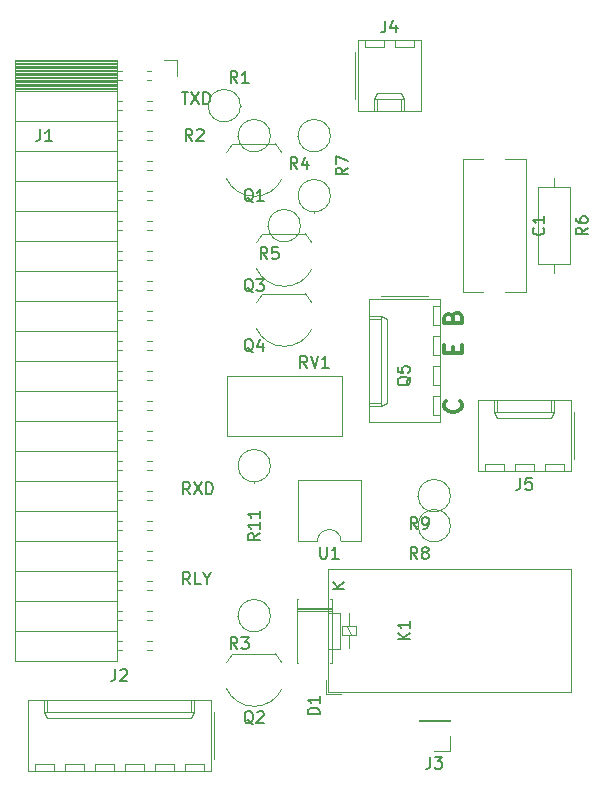
<source format=gbr>
%TF.GenerationSoftware,KiCad,Pcbnew,8.0.6*%
%TF.CreationDate,2025-01-17T11:28:56+01:00*%
%TF.ProjectId,TW39-mit-Powersave,54573339-2d6d-4697-942d-506f77657273,rev?*%
%TF.SameCoordinates,Original*%
%TF.FileFunction,Legend,Top*%
%TF.FilePolarity,Positive*%
%FSLAX46Y46*%
G04 Gerber Fmt 4.6, Leading zero omitted, Abs format (unit mm)*
G04 Created by KiCad (PCBNEW 8.0.6) date 2025-01-17 11:28:56*
%MOMM*%
%LPD*%
G01*
G04 APERTURE LIST*
%ADD10C,0.150000*%
%ADD11C,0.300000*%
%ADD12C,0.120000*%
G04 APERTURE END LIST*
D10*
X118303922Y-67449819D02*
X118875350Y-67449819D01*
X118589636Y-68449819D02*
X118589636Y-67449819D01*
X119113446Y-67449819D02*
X119780112Y-68449819D01*
X119780112Y-67449819D02*
X119113446Y-68449819D01*
X120161065Y-68449819D02*
X120161065Y-67449819D01*
X120161065Y-67449819D02*
X120399160Y-67449819D01*
X120399160Y-67449819D02*
X120542017Y-67497438D01*
X120542017Y-67497438D02*
X120637255Y-67592676D01*
X120637255Y-67592676D02*
X120684874Y-67687914D01*
X120684874Y-67687914D02*
X120732493Y-67878390D01*
X120732493Y-67878390D02*
X120732493Y-68021247D01*
X120732493Y-68021247D02*
X120684874Y-68211723D01*
X120684874Y-68211723D02*
X120637255Y-68306961D01*
X120637255Y-68306961D02*
X120542017Y-68402200D01*
X120542017Y-68402200D02*
X120399160Y-68449819D01*
X120399160Y-68449819D02*
X120161065Y-68449819D01*
X119018207Y-109089819D02*
X118684874Y-108613628D01*
X118446779Y-109089819D02*
X118446779Y-108089819D01*
X118446779Y-108089819D02*
X118827731Y-108089819D01*
X118827731Y-108089819D02*
X118922969Y-108137438D01*
X118922969Y-108137438D02*
X118970588Y-108185057D01*
X118970588Y-108185057D02*
X119018207Y-108280295D01*
X119018207Y-108280295D02*
X119018207Y-108423152D01*
X119018207Y-108423152D02*
X118970588Y-108518390D01*
X118970588Y-108518390D02*
X118922969Y-108566009D01*
X118922969Y-108566009D02*
X118827731Y-108613628D01*
X118827731Y-108613628D02*
X118446779Y-108613628D01*
X119922969Y-109089819D02*
X119446779Y-109089819D01*
X119446779Y-109089819D02*
X119446779Y-108089819D01*
X120446779Y-108613628D02*
X120446779Y-109089819D01*
X120113446Y-108089819D02*
X120446779Y-108613628D01*
X120446779Y-108613628D02*
X120780112Y-108089819D01*
D11*
X141897971Y-93588346D02*
X141969400Y-93659774D01*
X141969400Y-93659774D02*
X142040828Y-93874060D01*
X142040828Y-93874060D02*
X142040828Y-94016917D01*
X142040828Y-94016917D02*
X141969400Y-94231203D01*
X141969400Y-94231203D02*
X141826542Y-94374060D01*
X141826542Y-94374060D02*
X141683685Y-94445489D01*
X141683685Y-94445489D02*
X141397971Y-94516917D01*
X141397971Y-94516917D02*
X141183685Y-94516917D01*
X141183685Y-94516917D02*
X140897971Y-94445489D01*
X140897971Y-94445489D02*
X140755114Y-94374060D01*
X140755114Y-94374060D02*
X140612257Y-94231203D01*
X140612257Y-94231203D02*
X140540828Y-94016917D01*
X140540828Y-94016917D02*
X140540828Y-93874060D01*
X140540828Y-93874060D02*
X140612257Y-93659774D01*
X140612257Y-93659774D02*
X140683685Y-93588346D01*
X141255114Y-89516918D02*
X141255114Y-89016918D01*
X142040828Y-88802632D02*
X142040828Y-89516918D01*
X142040828Y-89516918D02*
X140540828Y-89516918D01*
X140540828Y-89516918D02*
X140540828Y-88802632D01*
X141255114Y-86516918D02*
X141326542Y-86302632D01*
X141326542Y-86302632D02*
X141397971Y-86231203D01*
X141397971Y-86231203D02*
X141540828Y-86159775D01*
X141540828Y-86159775D02*
X141755114Y-86159775D01*
X141755114Y-86159775D02*
X141897971Y-86231203D01*
X141897971Y-86231203D02*
X141969400Y-86302632D01*
X141969400Y-86302632D02*
X142040828Y-86445489D01*
X142040828Y-86445489D02*
X142040828Y-87016918D01*
X142040828Y-87016918D02*
X140540828Y-87016918D01*
X140540828Y-87016918D02*
X140540828Y-86516918D01*
X140540828Y-86516918D02*
X140612257Y-86374061D01*
X140612257Y-86374061D02*
X140683685Y-86302632D01*
X140683685Y-86302632D02*
X140826542Y-86231203D01*
X140826542Y-86231203D02*
X140969400Y-86231203D01*
X140969400Y-86231203D02*
X141112257Y-86302632D01*
X141112257Y-86302632D02*
X141183685Y-86374061D01*
X141183685Y-86374061D02*
X141255114Y-86516918D01*
X141255114Y-86516918D02*
X141255114Y-87016918D01*
D10*
X119018207Y-101469819D02*
X118684874Y-100993628D01*
X118446779Y-101469819D02*
X118446779Y-100469819D01*
X118446779Y-100469819D02*
X118827731Y-100469819D01*
X118827731Y-100469819D02*
X118922969Y-100517438D01*
X118922969Y-100517438D02*
X118970588Y-100565057D01*
X118970588Y-100565057D02*
X119018207Y-100660295D01*
X119018207Y-100660295D02*
X119018207Y-100803152D01*
X119018207Y-100803152D02*
X118970588Y-100898390D01*
X118970588Y-100898390D02*
X118922969Y-100946009D01*
X118922969Y-100946009D02*
X118827731Y-100993628D01*
X118827731Y-100993628D02*
X118446779Y-100993628D01*
X119351541Y-100469819D02*
X120018207Y-101469819D01*
X120018207Y-100469819D02*
X119351541Y-101469819D01*
X120399160Y-101469819D02*
X120399160Y-100469819D01*
X120399160Y-100469819D02*
X120637255Y-100469819D01*
X120637255Y-100469819D02*
X120780112Y-100517438D01*
X120780112Y-100517438D02*
X120875350Y-100612676D01*
X120875350Y-100612676D02*
X120922969Y-100707914D01*
X120922969Y-100707914D02*
X120970588Y-100898390D01*
X120970588Y-100898390D02*
X120970588Y-101041247D01*
X120970588Y-101041247D02*
X120922969Y-101231723D01*
X120922969Y-101231723D02*
X120875350Y-101326961D01*
X120875350Y-101326961D02*
X120780112Y-101422200D01*
X120780112Y-101422200D02*
X120637255Y-101469819D01*
X120637255Y-101469819D02*
X120399160Y-101469819D01*
X146986666Y-100094819D02*
X146986666Y-100809104D01*
X146986666Y-100809104D02*
X146939047Y-100951961D01*
X146939047Y-100951961D02*
X146843809Y-101047200D01*
X146843809Y-101047200D02*
X146700952Y-101094819D01*
X146700952Y-101094819D02*
X146605714Y-101094819D01*
X147939047Y-100094819D02*
X147462857Y-100094819D01*
X147462857Y-100094819D02*
X147415238Y-100571009D01*
X147415238Y-100571009D02*
X147462857Y-100523390D01*
X147462857Y-100523390D02*
X147558095Y-100475771D01*
X147558095Y-100475771D02*
X147796190Y-100475771D01*
X147796190Y-100475771D02*
X147891428Y-100523390D01*
X147891428Y-100523390D02*
X147939047Y-100571009D01*
X147939047Y-100571009D02*
X147986666Y-100666247D01*
X147986666Y-100666247D02*
X147986666Y-100904342D01*
X147986666Y-100904342D02*
X147939047Y-100999580D01*
X147939047Y-100999580D02*
X147891428Y-101047200D01*
X147891428Y-101047200D02*
X147796190Y-101094819D01*
X147796190Y-101094819D02*
X147558095Y-101094819D01*
X147558095Y-101094819D02*
X147462857Y-101047200D01*
X147462857Y-101047200D02*
X147415238Y-100999580D01*
X129994819Y-120118094D02*
X128994819Y-120118094D01*
X128994819Y-120118094D02*
X128994819Y-119879999D01*
X128994819Y-119879999D02*
X129042438Y-119737142D01*
X129042438Y-119737142D02*
X129137676Y-119641904D01*
X129137676Y-119641904D02*
X129232914Y-119594285D01*
X129232914Y-119594285D02*
X129423390Y-119546666D01*
X129423390Y-119546666D02*
X129566247Y-119546666D01*
X129566247Y-119546666D02*
X129756723Y-119594285D01*
X129756723Y-119594285D02*
X129851961Y-119641904D01*
X129851961Y-119641904D02*
X129947200Y-119737142D01*
X129947200Y-119737142D02*
X129994819Y-119879999D01*
X129994819Y-119879999D02*
X129994819Y-120118094D01*
X129994819Y-118594285D02*
X129994819Y-119165713D01*
X129994819Y-118879999D02*
X128994819Y-118879999D01*
X128994819Y-118879999D02*
X129137676Y-118975237D01*
X129137676Y-118975237D02*
X129232914Y-119070475D01*
X129232914Y-119070475D02*
X129280533Y-119165713D01*
X132094819Y-109481904D02*
X131094819Y-109481904D01*
X132094819Y-108910476D02*
X131523390Y-109339047D01*
X131094819Y-108910476D02*
X131666247Y-109481904D01*
X124364761Y-89450057D02*
X124269523Y-89402438D01*
X124269523Y-89402438D02*
X124174285Y-89307200D01*
X124174285Y-89307200D02*
X124031428Y-89164342D01*
X124031428Y-89164342D02*
X123936190Y-89116723D01*
X123936190Y-89116723D02*
X123840952Y-89116723D01*
X123888571Y-89354819D02*
X123793333Y-89307200D01*
X123793333Y-89307200D02*
X123698095Y-89211961D01*
X123698095Y-89211961D02*
X123650476Y-89021485D01*
X123650476Y-89021485D02*
X123650476Y-88688152D01*
X123650476Y-88688152D02*
X123698095Y-88497676D01*
X123698095Y-88497676D02*
X123793333Y-88402438D01*
X123793333Y-88402438D02*
X123888571Y-88354819D01*
X123888571Y-88354819D02*
X124079047Y-88354819D01*
X124079047Y-88354819D02*
X124174285Y-88402438D01*
X124174285Y-88402438D02*
X124269523Y-88497676D01*
X124269523Y-88497676D02*
X124317142Y-88688152D01*
X124317142Y-88688152D02*
X124317142Y-89021485D01*
X124317142Y-89021485D02*
X124269523Y-89211961D01*
X124269523Y-89211961D02*
X124174285Y-89307200D01*
X124174285Y-89307200D02*
X124079047Y-89354819D01*
X124079047Y-89354819D02*
X123888571Y-89354819D01*
X125174285Y-88688152D02*
X125174285Y-89354819D01*
X124936190Y-88307200D02*
X124698095Y-89021485D01*
X124698095Y-89021485D02*
X125317142Y-89021485D01*
X137614819Y-113768094D02*
X136614819Y-113768094D01*
X137614819Y-113196666D02*
X137043390Y-113625237D01*
X136614819Y-113196666D02*
X137186247Y-113768094D01*
X137614819Y-112244285D02*
X137614819Y-112815713D01*
X137614819Y-112529999D02*
X136614819Y-112529999D01*
X136614819Y-112529999D02*
X136757676Y-112625237D01*
X136757676Y-112625237D02*
X136852914Y-112720475D01*
X136852914Y-112720475D02*
X136900533Y-112815713D01*
X139366666Y-123704819D02*
X139366666Y-124419104D01*
X139366666Y-124419104D02*
X139319047Y-124561961D01*
X139319047Y-124561961D02*
X139223809Y-124657200D01*
X139223809Y-124657200D02*
X139080952Y-124704819D01*
X139080952Y-124704819D02*
X138985714Y-124704819D01*
X139747619Y-123704819D02*
X140366666Y-123704819D01*
X140366666Y-123704819D02*
X140033333Y-124085771D01*
X140033333Y-124085771D02*
X140176190Y-124085771D01*
X140176190Y-124085771D02*
X140271428Y-124133390D01*
X140271428Y-124133390D02*
X140319047Y-124181009D01*
X140319047Y-124181009D02*
X140366666Y-124276247D01*
X140366666Y-124276247D02*
X140366666Y-124514342D01*
X140366666Y-124514342D02*
X140319047Y-124609580D01*
X140319047Y-124609580D02*
X140271428Y-124657200D01*
X140271428Y-124657200D02*
X140176190Y-124704819D01*
X140176190Y-124704819D02*
X139890476Y-124704819D01*
X139890476Y-124704819D02*
X139795238Y-124657200D01*
X139795238Y-124657200D02*
X139747619Y-124609580D01*
X124914819Y-104782857D02*
X124438628Y-105116190D01*
X124914819Y-105354285D02*
X123914819Y-105354285D01*
X123914819Y-105354285D02*
X123914819Y-104973333D01*
X123914819Y-104973333D02*
X123962438Y-104878095D01*
X123962438Y-104878095D02*
X124010057Y-104830476D01*
X124010057Y-104830476D02*
X124105295Y-104782857D01*
X124105295Y-104782857D02*
X124248152Y-104782857D01*
X124248152Y-104782857D02*
X124343390Y-104830476D01*
X124343390Y-104830476D02*
X124391009Y-104878095D01*
X124391009Y-104878095D02*
X124438628Y-104973333D01*
X124438628Y-104973333D02*
X124438628Y-105354285D01*
X124914819Y-103830476D02*
X124914819Y-104401904D01*
X124914819Y-104116190D02*
X123914819Y-104116190D01*
X123914819Y-104116190D02*
X124057676Y-104211428D01*
X124057676Y-104211428D02*
X124152914Y-104306666D01*
X124152914Y-104306666D02*
X124200533Y-104401904D01*
X124914819Y-102878095D02*
X124914819Y-103449523D01*
X124914819Y-103163809D02*
X123914819Y-103163809D01*
X123914819Y-103163809D02*
X124057676Y-103259047D01*
X124057676Y-103259047D02*
X124152914Y-103354285D01*
X124152914Y-103354285D02*
X124200533Y-103449523D01*
X123023333Y-114584819D02*
X122690000Y-114108628D01*
X122451905Y-114584819D02*
X122451905Y-113584819D01*
X122451905Y-113584819D02*
X122832857Y-113584819D01*
X122832857Y-113584819D02*
X122928095Y-113632438D01*
X122928095Y-113632438D02*
X122975714Y-113680057D01*
X122975714Y-113680057D02*
X123023333Y-113775295D01*
X123023333Y-113775295D02*
X123023333Y-113918152D01*
X123023333Y-113918152D02*
X122975714Y-114013390D01*
X122975714Y-114013390D02*
X122928095Y-114061009D01*
X122928095Y-114061009D02*
X122832857Y-114108628D01*
X122832857Y-114108628D02*
X122451905Y-114108628D01*
X123356667Y-113584819D02*
X123975714Y-113584819D01*
X123975714Y-113584819D02*
X123642381Y-113965771D01*
X123642381Y-113965771D02*
X123785238Y-113965771D01*
X123785238Y-113965771D02*
X123880476Y-114013390D01*
X123880476Y-114013390D02*
X123928095Y-114061009D01*
X123928095Y-114061009D02*
X123975714Y-114156247D01*
X123975714Y-114156247D02*
X123975714Y-114394342D01*
X123975714Y-114394342D02*
X123928095Y-114489580D01*
X123928095Y-114489580D02*
X123880476Y-114537200D01*
X123880476Y-114537200D02*
X123785238Y-114584819D01*
X123785238Y-114584819D02*
X123499524Y-114584819D01*
X123499524Y-114584819D02*
X123404286Y-114537200D01*
X123404286Y-114537200D02*
X123356667Y-114489580D01*
X112696666Y-116294819D02*
X112696666Y-117009104D01*
X112696666Y-117009104D02*
X112649047Y-117151961D01*
X112649047Y-117151961D02*
X112553809Y-117247200D01*
X112553809Y-117247200D02*
X112410952Y-117294819D01*
X112410952Y-117294819D02*
X112315714Y-117294819D01*
X113125238Y-116390057D02*
X113172857Y-116342438D01*
X113172857Y-116342438D02*
X113268095Y-116294819D01*
X113268095Y-116294819D02*
X113506190Y-116294819D01*
X113506190Y-116294819D02*
X113601428Y-116342438D01*
X113601428Y-116342438D02*
X113649047Y-116390057D01*
X113649047Y-116390057D02*
X113696666Y-116485295D01*
X113696666Y-116485295D02*
X113696666Y-116580533D01*
X113696666Y-116580533D02*
X113649047Y-116723390D01*
X113649047Y-116723390D02*
X113077619Y-117294819D01*
X113077619Y-117294819D02*
X113696666Y-117294819D01*
X119213333Y-71574819D02*
X118880000Y-71098628D01*
X118641905Y-71574819D02*
X118641905Y-70574819D01*
X118641905Y-70574819D02*
X119022857Y-70574819D01*
X119022857Y-70574819D02*
X119118095Y-70622438D01*
X119118095Y-70622438D02*
X119165714Y-70670057D01*
X119165714Y-70670057D02*
X119213333Y-70765295D01*
X119213333Y-70765295D02*
X119213333Y-70908152D01*
X119213333Y-70908152D02*
X119165714Y-71003390D01*
X119165714Y-71003390D02*
X119118095Y-71051009D01*
X119118095Y-71051009D02*
X119022857Y-71098628D01*
X119022857Y-71098628D02*
X118641905Y-71098628D01*
X119594286Y-70670057D02*
X119641905Y-70622438D01*
X119641905Y-70622438D02*
X119737143Y-70574819D01*
X119737143Y-70574819D02*
X119975238Y-70574819D01*
X119975238Y-70574819D02*
X120070476Y-70622438D01*
X120070476Y-70622438D02*
X120118095Y-70670057D01*
X120118095Y-70670057D02*
X120165714Y-70765295D01*
X120165714Y-70765295D02*
X120165714Y-70860533D01*
X120165714Y-70860533D02*
X120118095Y-71003390D01*
X120118095Y-71003390D02*
X119546667Y-71574819D01*
X119546667Y-71574819D02*
X120165714Y-71574819D01*
X106346666Y-70574819D02*
X106346666Y-71289104D01*
X106346666Y-71289104D02*
X106299047Y-71431961D01*
X106299047Y-71431961D02*
X106203809Y-71527200D01*
X106203809Y-71527200D02*
X106060952Y-71574819D01*
X106060952Y-71574819D02*
X105965714Y-71574819D01*
X107346666Y-71574819D02*
X106775238Y-71574819D01*
X107060952Y-71574819D02*
X107060952Y-70574819D01*
X107060952Y-70574819D02*
X106965714Y-70717676D01*
X106965714Y-70717676D02*
X106870476Y-70812914D01*
X106870476Y-70812914D02*
X106775238Y-70860533D01*
X138263333Y-104424819D02*
X137930000Y-103948628D01*
X137691905Y-104424819D02*
X137691905Y-103424819D01*
X137691905Y-103424819D02*
X138072857Y-103424819D01*
X138072857Y-103424819D02*
X138168095Y-103472438D01*
X138168095Y-103472438D02*
X138215714Y-103520057D01*
X138215714Y-103520057D02*
X138263333Y-103615295D01*
X138263333Y-103615295D02*
X138263333Y-103758152D01*
X138263333Y-103758152D02*
X138215714Y-103853390D01*
X138215714Y-103853390D02*
X138168095Y-103901009D01*
X138168095Y-103901009D02*
X138072857Y-103948628D01*
X138072857Y-103948628D02*
X137691905Y-103948628D01*
X138739524Y-104424819D02*
X138930000Y-104424819D01*
X138930000Y-104424819D02*
X139025238Y-104377200D01*
X139025238Y-104377200D02*
X139072857Y-104329580D01*
X139072857Y-104329580D02*
X139168095Y-104186723D01*
X139168095Y-104186723D02*
X139215714Y-103996247D01*
X139215714Y-103996247D02*
X139215714Y-103615295D01*
X139215714Y-103615295D02*
X139168095Y-103520057D01*
X139168095Y-103520057D02*
X139120476Y-103472438D01*
X139120476Y-103472438D02*
X139025238Y-103424819D01*
X139025238Y-103424819D02*
X138834762Y-103424819D01*
X138834762Y-103424819D02*
X138739524Y-103472438D01*
X138739524Y-103472438D02*
X138691905Y-103520057D01*
X138691905Y-103520057D02*
X138644286Y-103615295D01*
X138644286Y-103615295D02*
X138644286Y-103853390D01*
X138644286Y-103853390D02*
X138691905Y-103948628D01*
X138691905Y-103948628D02*
X138739524Y-103996247D01*
X138739524Y-103996247D02*
X138834762Y-104043866D01*
X138834762Y-104043866D02*
X139025238Y-104043866D01*
X139025238Y-104043866D02*
X139120476Y-103996247D01*
X139120476Y-103996247D02*
X139168095Y-103948628D01*
X139168095Y-103948628D02*
X139215714Y-103853390D01*
X124364761Y-84370057D02*
X124269523Y-84322438D01*
X124269523Y-84322438D02*
X124174285Y-84227200D01*
X124174285Y-84227200D02*
X124031428Y-84084342D01*
X124031428Y-84084342D02*
X123936190Y-84036723D01*
X123936190Y-84036723D02*
X123840952Y-84036723D01*
X123888571Y-84274819D02*
X123793333Y-84227200D01*
X123793333Y-84227200D02*
X123698095Y-84131961D01*
X123698095Y-84131961D02*
X123650476Y-83941485D01*
X123650476Y-83941485D02*
X123650476Y-83608152D01*
X123650476Y-83608152D02*
X123698095Y-83417676D01*
X123698095Y-83417676D02*
X123793333Y-83322438D01*
X123793333Y-83322438D02*
X123888571Y-83274819D01*
X123888571Y-83274819D02*
X124079047Y-83274819D01*
X124079047Y-83274819D02*
X124174285Y-83322438D01*
X124174285Y-83322438D02*
X124269523Y-83417676D01*
X124269523Y-83417676D02*
X124317142Y-83608152D01*
X124317142Y-83608152D02*
X124317142Y-83941485D01*
X124317142Y-83941485D02*
X124269523Y-84131961D01*
X124269523Y-84131961D02*
X124174285Y-84227200D01*
X124174285Y-84227200D02*
X124079047Y-84274819D01*
X124079047Y-84274819D02*
X123888571Y-84274819D01*
X124650476Y-83274819D02*
X125269523Y-83274819D01*
X125269523Y-83274819D02*
X124936190Y-83655771D01*
X124936190Y-83655771D02*
X125079047Y-83655771D01*
X125079047Y-83655771D02*
X125174285Y-83703390D01*
X125174285Y-83703390D02*
X125221904Y-83751009D01*
X125221904Y-83751009D02*
X125269523Y-83846247D01*
X125269523Y-83846247D02*
X125269523Y-84084342D01*
X125269523Y-84084342D02*
X125221904Y-84179580D01*
X125221904Y-84179580D02*
X125174285Y-84227200D01*
X125174285Y-84227200D02*
X125079047Y-84274819D01*
X125079047Y-84274819D02*
X124793333Y-84274819D01*
X124793333Y-84274819D02*
X124698095Y-84227200D01*
X124698095Y-84227200D02*
X124650476Y-84179580D01*
X148939580Y-78906666D02*
X148987200Y-78954285D01*
X148987200Y-78954285D02*
X149034819Y-79097142D01*
X149034819Y-79097142D02*
X149034819Y-79192380D01*
X149034819Y-79192380D02*
X148987200Y-79335237D01*
X148987200Y-79335237D02*
X148891961Y-79430475D01*
X148891961Y-79430475D02*
X148796723Y-79478094D01*
X148796723Y-79478094D02*
X148606247Y-79525713D01*
X148606247Y-79525713D02*
X148463390Y-79525713D01*
X148463390Y-79525713D02*
X148272914Y-79478094D01*
X148272914Y-79478094D02*
X148177676Y-79430475D01*
X148177676Y-79430475D02*
X148082438Y-79335237D01*
X148082438Y-79335237D02*
X148034819Y-79192380D01*
X148034819Y-79192380D02*
X148034819Y-79097142D01*
X148034819Y-79097142D02*
X148082438Y-78954285D01*
X148082438Y-78954285D02*
X148130057Y-78906666D01*
X149034819Y-77954285D02*
X149034819Y-78525713D01*
X149034819Y-78239999D02*
X148034819Y-78239999D01*
X148034819Y-78239999D02*
X148177676Y-78335237D01*
X148177676Y-78335237D02*
X148272914Y-78430475D01*
X148272914Y-78430475D02*
X148320533Y-78525713D01*
X152684819Y-78906666D02*
X152208628Y-79239999D01*
X152684819Y-79478094D02*
X151684819Y-79478094D01*
X151684819Y-79478094D02*
X151684819Y-79097142D01*
X151684819Y-79097142D02*
X151732438Y-79001904D01*
X151732438Y-79001904D02*
X151780057Y-78954285D01*
X151780057Y-78954285D02*
X151875295Y-78906666D01*
X151875295Y-78906666D02*
X152018152Y-78906666D01*
X152018152Y-78906666D02*
X152113390Y-78954285D01*
X152113390Y-78954285D02*
X152161009Y-79001904D01*
X152161009Y-79001904D02*
X152208628Y-79097142D01*
X152208628Y-79097142D02*
X152208628Y-79478094D01*
X151684819Y-78049523D02*
X151684819Y-78239999D01*
X151684819Y-78239999D02*
X151732438Y-78335237D01*
X151732438Y-78335237D02*
X151780057Y-78382856D01*
X151780057Y-78382856D02*
X151922914Y-78478094D01*
X151922914Y-78478094D02*
X152113390Y-78525713D01*
X152113390Y-78525713D02*
X152494342Y-78525713D01*
X152494342Y-78525713D02*
X152589580Y-78478094D01*
X152589580Y-78478094D02*
X152637200Y-78430475D01*
X152637200Y-78430475D02*
X152684819Y-78335237D01*
X152684819Y-78335237D02*
X152684819Y-78144761D01*
X152684819Y-78144761D02*
X152637200Y-78049523D01*
X152637200Y-78049523D02*
X152589580Y-78001904D01*
X152589580Y-78001904D02*
X152494342Y-77954285D01*
X152494342Y-77954285D02*
X152256247Y-77954285D01*
X152256247Y-77954285D02*
X152161009Y-78001904D01*
X152161009Y-78001904D02*
X152113390Y-78049523D01*
X152113390Y-78049523D02*
X152065771Y-78144761D01*
X152065771Y-78144761D02*
X152065771Y-78335237D01*
X152065771Y-78335237D02*
X152113390Y-78430475D01*
X152113390Y-78430475D02*
X152161009Y-78478094D01*
X152161009Y-78478094D02*
X152256247Y-78525713D01*
X124364761Y-76750057D02*
X124269523Y-76702438D01*
X124269523Y-76702438D02*
X124174285Y-76607200D01*
X124174285Y-76607200D02*
X124031428Y-76464342D01*
X124031428Y-76464342D02*
X123936190Y-76416723D01*
X123936190Y-76416723D02*
X123840952Y-76416723D01*
X123888571Y-76654819D02*
X123793333Y-76607200D01*
X123793333Y-76607200D02*
X123698095Y-76511961D01*
X123698095Y-76511961D02*
X123650476Y-76321485D01*
X123650476Y-76321485D02*
X123650476Y-75988152D01*
X123650476Y-75988152D02*
X123698095Y-75797676D01*
X123698095Y-75797676D02*
X123793333Y-75702438D01*
X123793333Y-75702438D02*
X123888571Y-75654819D01*
X123888571Y-75654819D02*
X124079047Y-75654819D01*
X124079047Y-75654819D02*
X124174285Y-75702438D01*
X124174285Y-75702438D02*
X124269523Y-75797676D01*
X124269523Y-75797676D02*
X124317142Y-75988152D01*
X124317142Y-75988152D02*
X124317142Y-76321485D01*
X124317142Y-76321485D02*
X124269523Y-76511961D01*
X124269523Y-76511961D02*
X124174285Y-76607200D01*
X124174285Y-76607200D02*
X124079047Y-76654819D01*
X124079047Y-76654819D02*
X123888571Y-76654819D01*
X125269523Y-76654819D02*
X124698095Y-76654819D01*
X124983809Y-76654819D02*
X124983809Y-75654819D01*
X124983809Y-75654819D02*
X124888571Y-75797676D01*
X124888571Y-75797676D02*
X124793333Y-75892914D01*
X124793333Y-75892914D02*
X124698095Y-75940533D01*
X125563333Y-81564819D02*
X125230000Y-81088628D01*
X124991905Y-81564819D02*
X124991905Y-80564819D01*
X124991905Y-80564819D02*
X125372857Y-80564819D01*
X125372857Y-80564819D02*
X125468095Y-80612438D01*
X125468095Y-80612438D02*
X125515714Y-80660057D01*
X125515714Y-80660057D02*
X125563333Y-80755295D01*
X125563333Y-80755295D02*
X125563333Y-80898152D01*
X125563333Y-80898152D02*
X125515714Y-80993390D01*
X125515714Y-80993390D02*
X125468095Y-81041009D01*
X125468095Y-81041009D02*
X125372857Y-81088628D01*
X125372857Y-81088628D02*
X124991905Y-81088628D01*
X126468095Y-80564819D02*
X125991905Y-80564819D01*
X125991905Y-80564819D02*
X125944286Y-81041009D01*
X125944286Y-81041009D02*
X125991905Y-80993390D01*
X125991905Y-80993390D02*
X126087143Y-80945771D01*
X126087143Y-80945771D02*
X126325238Y-80945771D01*
X126325238Y-80945771D02*
X126420476Y-80993390D01*
X126420476Y-80993390D02*
X126468095Y-81041009D01*
X126468095Y-81041009D02*
X126515714Y-81136247D01*
X126515714Y-81136247D02*
X126515714Y-81374342D01*
X126515714Y-81374342D02*
X126468095Y-81469580D01*
X126468095Y-81469580D02*
X126420476Y-81517200D01*
X126420476Y-81517200D02*
X126325238Y-81564819D01*
X126325238Y-81564819D02*
X126087143Y-81564819D01*
X126087143Y-81564819D02*
X125991905Y-81517200D01*
X125991905Y-81517200D02*
X125944286Y-81469580D01*
X138263333Y-106964819D02*
X137930000Y-106488628D01*
X137691905Y-106964819D02*
X137691905Y-105964819D01*
X137691905Y-105964819D02*
X138072857Y-105964819D01*
X138072857Y-105964819D02*
X138168095Y-106012438D01*
X138168095Y-106012438D02*
X138215714Y-106060057D01*
X138215714Y-106060057D02*
X138263333Y-106155295D01*
X138263333Y-106155295D02*
X138263333Y-106298152D01*
X138263333Y-106298152D02*
X138215714Y-106393390D01*
X138215714Y-106393390D02*
X138168095Y-106441009D01*
X138168095Y-106441009D02*
X138072857Y-106488628D01*
X138072857Y-106488628D02*
X137691905Y-106488628D01*
X138834762Y-106393390D02*
X138739524Y-106345771D01*
X138739524Y-106345771D02*
X138691905Y-106298152D01*
X138691905Y-106298152D02*
X138644286Y-106202914D01*
X138644286Y-106202914D02*
X138644286Y-106155295D01*
X138644286Y-106155295D02*
X138691905Y-106060057D01*
X138691905Y-106060057D02*
X138739524Y-106012438D01*
X138739524Y-106012438D02*
X138834762Y-105964819D01*
X138834762Y-105964819D02*
X139025238Y-105964819D01*
X139025238Y-105964819D02*
X139120476Y-106012438D01*
X139120476Y-106012438D02*
X139168095Y-106060057D01*
X139168095Y-106060057D02*
X139215714Y-106155295D01*
X139215714Y-106155295D02*
X139215714Y-106202914D01*
X139215714Y-106202914D02*
X139168095Y-106298152D01*
X139168095Y-106298152D02*
X139120476Y-106345771D01*
X139120476Y-106345771D02*
X139025238Y-106393390D01*
X139025238Y-106393390D02*
X138834762Y-106393390D01*
X138834762Y-106393390D02*
X138739524Y-106441009D01*
X138739524Y-106441009D02*
X138691905Y-106488628D01*
X138691905Y-106488628D02*
X138644286Y-106583866D01*
X138644286Y-106583866D02*
X138644286Y-106774342D01*
X138644286Y-106774342D02*
X138691905Y-106869580D01*
X138691905Y-106869580D02*
X138739524Y-106917200D01*
X138739524Y-106917200D02*
X138834762Y-106964819D01*
X138834762Y-106964819D02*
X139025238Y-106964819D01*
X139025238Y-106964819D02*
X139120476Y-106917200D01*
X139120476Y-106917200D02*
X139168095Y-106869580D01*
X139168095Y-106869580D02*
X139215714Y-106774342D01*
X139215714Y-106774342D02*
X139215714Y-106583866D01*
X139215714Y-106583866D02*
X139168095Y-106488628D01*
X139168095Y-106488628D02*
X139120476Y-106441009D01*
X139120476Y-106441009D02*
X139025238Y-106393390D01*
X137710057Y-91535238D02*
X137662438Y-91630476D01*
X137662438Y-91630476D02*
X137567200Y-91725714D01*
X137567200Y-91725714D02*
X137424342Y-91868571D01*
X137424342Y-91868571D02*
X137376723Y-91963809D01*
X137376723Y-91963809D02*
X137376723Y-92059047D01*
X137614819Y-92011428D02*
X137567200Y-92106666D01*
X137567200Y-92106666D02*
X137471961Y-92201904D01*
X137471961Y-92201904D02*
X137281485Y-92249523D01*
X137281485Y-92249523D02*
X136948152Y-92249523D01*
X136948152Y-92249523D02*
X136757676Y-92201904D01*
X136757676Y-92201904D02*
X136662438Y-92106666D01*
X136662438Y-92106666D02*
X136614819Y-92011428D01*
X136614819Y-92011428D02*
X136614819Y-91820952D01*
X136614819Y-91820952D02*
X136662438Y-91725714D01*
X136662438Y-91725714D02*
X136757676Y-91630476D01*
X136757676Y-91630476D02*
X136948152Y-91582857D01*
X136948152Y-91582857D02*
X137281485Y-91582857D01*
X137281485Y-91582857D02*
X137471961Y-91630476D01*
X137471961Y-91630476D02*
X137567200Y-91725714D01*
X137567200Y-91725714D02*
X137614819Y-91820952D01*
X137614819Y-91820952D02*
X137614819Y-92011428D01*
X136614819Y-90678095D02*
X136614819Y-91154285D01*
X136614819Y-91154285D02*
X137091009Y-91201904D01*
X137091009Y-91201904D02*
X137043390Y-91154285D01*
X137043390Y-91154285D02*
X136995771Y-91059047D01*
X136995771Y-91059047D02*
X136995771Y-90820952D01*
X136995771Y-90820952D02*
X137043390Y-90725714D01*
X137043390Y-90725714D02*
X137091009Y-90678095D01*
X137091009Y-90678095D02*
X137186247Y-90630476D01*
X137186247Y-90630476D02*
X137424342Y-90630476D01*
X137424342Y-90630476D02*
X137519580Y-90678095D01*
X137519580Y-90678095D02*
X137567200Y-90725714D01*
X137567200Y-90725714D02*
X137614819Y-90820952D01*
X137614819Y-90820952D02*
X137614819Y-91059047D01*
X137614819Y-91059047D02*
X137567200Y-91154285D01*
X137567200Y-91154285D02*
X137519580Y-91201904D01*
X132364819Y-73826666D02*
X131888628Y-74159999D01*
X132364819Y-74398094D02*
X131364819Y-74398094D01*
X131364819Y-74398094D02*
X131364819Y-74017142D01*
X131364819Y-74017142D02*
X131412438Y-73921904D01*
X131412438Y-73921904D02*
X131460057Y-73874285D01*
X131460057Y-73874285D02*
X131555295Y-73826666D01*
X131555295Y-73826666D02*
X131698152Y-73826666D01*
X131698152Y-73826666D02*
X131793390Y-73874285D01*
X131793390Y-73874285D02*
X131841009Y-73921904D01*
X131841009Y-73921904D02*
X131888628Y-74017142D01*
X131888628Y-74017142D02*
X131888628Y-74398094D01*
X131364819Y-73493332D02*
X131364819Y-72826666D01*
X131364819Y-72826666D02*
X132364819Y-73255237D01*
X130048095Y-105924819D02*
X130048095Y-106734342D01*
X130048095Y-106734342D02*
X130095714Y-106829580D01*
X130095714Y-106829580D02*
X130143333Y-106877200D01*
X130143333Y-106877200D02*
X130238571Y-106924819D01*
X130238571Y-106924819D02*
X130429047Y-106924819D01*
X130429047Y-106924819D02*
X130524285Y-106877200D01*
X130524285Y-106877200D02*
X130571904Y-106829580D01*
X130571904Y-106829580D02*
X130619523Y-106734342D01*
X130619523Y-106734342D02*
X130619523Y-105924819D01*
X131619523Y-106924819D02*
X131048095Y-106924819D01*
X131333809Y-106924819D02*
X131333809Y-105924819D01*
X131333809Y-105924819D02*
X131238571Y-106067676D01*
X131238571Y-106067676D02*
X131143333Y-106162914D01*
X131143333Y-106162914D02*
X131048095Y-106210533D01*
X128103333Y-73944819D02*
X127770000Y-73468628D01*
X127531905Y-73944819D02*
X127531905Y-72944819D01*
X127531905Y-72944819D02*
X127912857Y-72944819D01*
X127912857Y-72944819D02*
X128008095Y-72992438D01*
X128008095Y-72992438D02*
X128055714Y-73040057D01*
X128055714Y-73040057D02*
X128103333Y-73135295D01*
X128103333Y-73135295D02*
X128103333Y-73278152D01*
X128103333Y-73278152D02*
X128055714Y-73373390D01*
X128055714Y-73373390D02*
X128008095Y-73421009D01*
X128008095Y-73421009D02*
X127912857Y-73468628D01*
X127912857Y-73468628D02*
X127531905Y-73468628D01*
X128960476Y-73278152D02*
X128960476Y-73944819D01*
X128722381Y-72897200D02*
X128484286Y-73611485D01*
X128484286Y-73611485D02*
X129103333Y-73611485D01*
X128944761Y-90774819D02*
X128611428Y-90298628D01*
X128373333Y-90774819D02*
X128373333Y-89774819D01*
X128373333Y-89774819D02*
X128754285Y-89774819D01*
X128754285Y-89774819D02*
X128849523Y-89822438D01*
X128849523Y-89822438D02*
X128897142Y-89870057D01*
X128897142Y-89870057D02*
X128944761Y-89965295D01*
X128944761Y-89965295D02*
X128944761Y-90108152D01*
X128944761Y-90108152D02*
X128897142Y-90203390D01*
X128897142Y-90203390D02*
X128849523Y-90251009D01*
X128849523Y-90251009D02*
X128754285Y-90298628D01*
X128754285Y-90298628D02*
X128373333Y-90298628D01*
X129230476Y-89774819D02*
X129563809Y-90774819D01*
X129563809Y-90774819D02*
X129897142Y-89774819D01*
X130754285Y-90774819D02*
X130182857Y-90774819D01*
X130468571Y-90774819D02*
X130468571Y-89774819D01*
X130468571Y-89774819D02*
X130373333Y-89917676D01*
X130373333Y-89917676D02*
X130278095Y-90012914D01*
X130278095Y-90012914D02*
X130182857Y-90060533D01*
X124364761Y-120950057D02*
X124269523Y-120902438D01*
X124269523Y-120902438D02*
X124174285Y-120807200D01*
X124174285Y-120807200D02*
X124031428Y-120664342D01*
X124031428Y-120664342D02*
X123936190Y-120616723D01*
X123936190Y-120616723D02*
X123840952Y-120616723D01*
X123888571Y-120854819D02*
X123793333Y-120807200D01*
X123793333Y-120807200D02*
X123698095Y-120711961D01*
X123698095Y-120711961D02*
X123650476Y-120521485D01*
X123650476Y-120521485D02*
X123650476Y-120188152D01*
X123650476Y-120188152D02*
X123698095Y-119997676D01*
X123698095Y-119997676D02*
X123793333Y-119902438D01*
X123793333Y-119902438D02*
X123888571Y-119854819D01*
X123888571Y-119854819D02*
X124079047Y-119854819D01*
X124079047Y-119854819D02*
X124174285Y-119902438D01*
X124174285Y-119902438D02*
X124269523Y-119997676D01*
X124269523Y-119997676D02*
X124317142Y-120188152D01*
X124317142Y-120188152D02*
X124317142Y-120521485D01*
X124317142Y-120521485D02*
X124269523Y-120711961D01*
X124269523Y-120711961D02*
X124174285Y-120807200D01*
X124174285Y-120807200D02*
X124079047Y-120854819D01*
X124079047Y-120854819D02*
X123888571Y-120854819D01*
X124698095Y-119950057D02*
X124745714Y-119902438D01*
X124745714Y-119902438D02*
X124840952Y-119854819D01*
X124840952Y-119854819D02*
X125079047Y-119854819D01*
X125079047Y-119854819D02*
X125174285Y-119902438D01*
X125174285Y-119902438D02*
X125221904Y-119950057D01*
X125221904Y-119950057D02*
X125269523Y-120045295D01*
X125269523Y-120045295D02*
X125269523Y-120140533D01*
X125269523Y-120140533D02*
X125221904Y-120283390D01*
X125221904Y-120283390D02*
X124650476Y-120854819D01*
X124650476Y-120854819D02*
X125269523Y-120854819D01*
X123023333Y-66664819D02*
X122690000Y-66188628D01*
X122451905Y-66664819D02*
X122451905Y-65664819D01*
X122451905Y-65664819D02*
X122832857Y-65664819D01*
X122832857Y-65664819D02*
X122928095Y-65712438D01*
X122928095Y-65712438D02*
X122975714Y-65760057D01*
X122975714Y-65760057D02*
X123023333Y-65855295D01*
X123023333Y-65855295D02*
X123023333Y-65998152D01*
X123023333Y-65998152D02*
X122975714Y-66093390D01*
X122975714Y-66093390D02*
X122928095Y-66141009D01*
X122928095Y-66141009D02*
X122832857Y-66188628D01*
X122832857Y-66188628D02*
X122451905Y-66188628D01*
X123975714Y-66664819D02*
X123404286Y-66664819D01*
X123690000Y-66664819D02*
X123690000Y-65664819D01*
X123690000Y-65664819D02*
X123594762Y-65807676D01*
X123594762Y-65807676D02*
X123499524Y-65902914D01*
X123499524Y-65902914D02*
X123404286Y-65950533D01*
X135556666Y-61374819D02*
X135556666Y-62089104D01*
X135556666Y-62089104D02*
X135509047Y-62231961D01*
X135509047Y-62231961D02*
X135413809Y-62327200D01*
X135413809Y-62327200D02*
X135270952Y-62374819D01*
X135270952Y-62374819D02*
X135175714Y-62374819D01*
X136461428Y-61708152D02*
X136461428Y-62374819D01*
X136223333Y-61327200D02*
X135985238Y-62041485D01*
X135985238Y-62041485D02*
X136604285Y-62041485D01*
D12*
%TO.C,J5*%
X143400000Y-93530000D02*
X143400000Y-99550000D01*
X143400000Y-99550000D02*
X151240000Y-99550000D01*
X143980000Y-98950000D02*
X143980000Y-99550000D01*
X144780000Y-94530000D02*
X144780000Y-93530000D01*
X145030000Y-93530000D02*
X145030000Y-94530000D01*
X145030000Y-95060000D02*
X144780000Y-94530000D01*
X145580000Y-98950000D02*
X143980000Y-98950000D01*
X145580000Y-99550000D02*
X145580000Y-98950000D01*
X146520000Y-98950000D02*
X146520000Y-99550000D01*
X148120000Y-98950000D02*
X146520000Y-98950000D01*
X148120000Y-99550000D02*
X148120000Y-98950000D01*
X149060000Y-98950000D02*
X149060000Y-99550000D01*
X149610000Y-93530000D02*
X149610000Y-94530000D01*
X149610000Y-95060000D02*
X145030000Y-95060000D01*
X149860000Y-93530000D02*
X149860000Y-94530000D01*
X149860000Y-94530000D02*
X144780000Y-94530000D01*
X149860000Y-94530000D02*
X149610000Y-95060000D01*
X150660000Y-98950000D02*
X149060000Y-98950000D01*
X150660000Y-99550000D02*
X150660000Y-98950000D01*
X151240000Y-93530000D02*
X143400000Y-93530000D01*
X151240000Y-99550000D02*
X151240000Y-93530000D01*
X151530000Y-98520000D02*
X151530000Y-94520000D01*
%TO.C,D1*%
X128070000Y-110310000D02*
X128070000Y-115750000D01*
X128070000Y-115750000D02*
X128200000Y-115750000D01*
X128200000Y-110310000D02*
X128070000Y-110310000D01*
X130880000Y-110310000D02*
X131010000Y-110310000D01*
X131010000Y-110310000D02*
X131010000Y-115750000D01*
X131010000Y-111090000D02*
X128070000Y-111090000D01*
X131010000Y-111210000D02*
X128070000Y-111210000D01*
X131010000Y-111330000D02*
X128070000Y-111330000D01*
X131010000Y-115750000D02*
X130880000Y-115750000D01*
%TO.C,Q4*%
X128800000Y-84510000D02*
X125200000Y-84510000D01*
X124675816Y-85237205D02*
G75*
G02*
X125200000Y-84510000I2324184J-1122795D01*
G01*
X127000000Y-88960000D02*
G75*
G02*
X124643600Y-87458807I0J2600000D01*
G01*
X128800000Y-84510000D02*
G75*
G02*
X129324184Y-85237205I-1800000J-1850000D01*
G01*
X129356400Y-87458807D02*
G75*
G02*
X127000000Y-88960000I-2356400J1098807D01*
G01*
%TO.C,K1*%
X130530000Y-118380000D02*
X130530000Y-117170000D01*
X130680000Y-107840000D02*
X130680000Y-118220000D01*
X130680000Y-114540000D02*
X131720000Y-114540000D01*
X130680000Y-118220000D02*
X151270000Y-118220000D01*
X131740000Y-111540000D02*
X130680000Y-111540000D01*
X131740000Y-114540000D02*
X131740000Y-111540000D01*
X131830000Y-118380000D02*
X130530000Y-118380000D01*
X131890000Y-112670000D02*
X131890000Y-113370000D01*
X131890000Y-113370000D02*
X133090000Y-113370000D01*
X132520000Y-112670000D02*
X132520000Y-111570000D01*
X132520000Y-113370000D02*
X132520000Y-114470000D01*
X132690000Y-113370000D02*
X132290000Y-112670000D01*
X133090000Y-112670000D02*
X131890000Y-112670000D01*
X133090000Y-113370000D02*
X133090000Y-112670000D01*
X151270000Y-107840000D02*
X130680000Y-107840000D01*
X151270000Y-118220000D02*
X151270000Y-107840000D01*
%TO.C,J3*%
X138370000Y-120650000D02*
X138370000Y-120590000D01*
X141030000Y-120590000D02*
X138370000Y-120590000D01*
X141030000Y-120650000D02*
X138370000Y-120650000D01*
X141030000Y-120650000D02*
X141030000Y-120590000D01*
X141030000Y-121920000D02*
X141030000Y-123250000D01*
X141030000Y-123250000D02*
X139700000Y-123250000D01*
%TO.C,R11*%
X124460000Y-100430000D02*
X124460000Y-100500000D01*
X125830000Y-99060000D02*
G75*
G02*
X123090000Y-99060000I-1370000J0D01*
G01*
X123090000Y-99060000D02*
G75*
G02*
X125830000Y-99060000I1370000J0D01*
G01*
%TO.C,R3*%
X123090000Y-111760000D02*
X123020000Y-111760000D01*
X125830000Y-111760000D02*
G75*
G02*
X123090000Y-111760000I-1370000J0D01*
G01*
X123090000Y-111760000D02*
G75*
G02*
X125830000Y-111760000I1370000J0D01*
G01*
%TO.C,J2*%
X105300000Y-118930000D02*
X105300000Y-124950000D01*
X105300000Y-124950000D02*
X120760000Y-124950000D01*
X105880000Y-124350000D02*
X105880000Y-124950000D01*
X106680000Y-119930000D02*
X106680000Y-118930000D01*
X106930000Y-118930000D02*
X106930000Y-119930000D01*
X106930000Y-120460000D02*
X106680000Y-119930000D01*
X107480000Y-124350000D02*
X105880000Y-124350000D01*
X107480000Y-124950000D02*
X107480000Y-124350000D01*
X108420000Y-124350000D02*
X108420000Y-124950000D01*
X110020000Y-124350000D02*
X108420000Y-124350000D01*
X110020000Y-124950000D02*
X110020000Y-124350000D01*
X110960000Y-124350000D02*
X110960000Y-124950000D01*
X112560000Y-124350000D02*
X110960000Y-124350000D01*
X112560000Y-124950000D02*
X112560000Y-124350000D01*
X113500000Y-124350000D02*
X113500000Y-124950000D01*
X115100000Y-124350000D02*
X113500000Y-124350000D01*
X115100000Y-124950000D02*
X115100000Y-124350000D01*
X116040000Y-124350000D02*
X116040000Y-124950000D01*
X117640000Y-124350000D02*
X116040000Y-124350000D01*
X117640000Y-124950000D02*
X117640000Y-124350000D01*
X118580000Y-124350000D02*
X118580000Y-124950000D01*
X119130000Y-118930000D02*
X119130000Y-119930000D01*
X119130000Y-120460000D02*
X106930000Y-120460000D01*
X119380000Y-118930000D02*
X119380000Y-119930000D01*
X119380000Y-119930000D02*
X106680000Y-119930000D01*
X119380000Y-119930000D02*
X119130000Y-120460000D01*
X120180000Y-124350000D02*
X118580000Y-124350000D01*
X120180000Y-124950000D02*
X120180000Y-124350000D01*
X120760000Y-118930000D02*
X105300000Y-118930000D01*
X120760000Y-124950000D02*
X120760000Y-118930000D01*
X121050000Y-123920000D02*
X121050000Y-119920000D01*
%TO.C,R2*%
X123090000Y-71120000D02*
X123020000Y-71120000D01*
X125830000Y-71120000D02*
G75*
G02*
X123090000Y-71120000I-1370000J0D01*
G01*
X123090000Y-71120000D02*
G75*
G02*
X125830000Y-71120000I1370000J0D01*
G01*
%TO.C,J1*%
X104210000Y-64710000D02*
X104210000Y-115630000D01*
X104210000Y-64710000D02*
X112840000Y-64710000D01*
X104210000Y-64830000D02*
X112840000Y-64830000D01*
X104210000Y-64948095D02*
X112840000Y-64948095D01*
X104210000Y-65066190D02*
X112840000Y-65066190D01*
X104210000Y-65184285D02*
X112840000Y-65184285D01*
X104210000Y-65302380D02*
X112840000Y-65302380D01*
X104210000Y-65420475D02*
X112840000Y-65420475D01*
X104210000Y-65538570D02*
X112840000Y-65538570D01*
X104210000Y-65656665D02*
X112840000Y-65656665D01*
X104210000Y-65774760D02*
X112840000Y-65774760D01*
X104210000Y-65892855D02*
X112840000Y-65892855D01*
X104210000Y-66010950D02*
X112840000Y-66010950D01*
X104210000Y-66129045D02*
X112840000Y-66129045D01*
X104210000Y-66247140D02*
X112840000Y-66247140D01*
X104210000Y-66365235D02*
X112840000Y-66365235D01*
X104210000Y-66483330D02*
X112840000Y-66483330D01*
X104210000Y-66601425D02*
X112840000Y-66601425D01*
X104210000Y-66719520D02*
X112840000Y-66719520D01*
X104210000Y-66837615D02*
X112840000Y-66837615D01*
X104210000Y-66955710D02*
X112840000Y-66955710D01*
X104210000Y-67073805D02*
X112840000Y-67073805D01*
X104210000Y-67191900D02*
X112840000Y-67191900D01*
X104210000Y-67310000D02*
X112840000Y-67310000D01*
X104210000Y-69850000D02*
X112840000Y-69850000D01*
X104210000Y-72390000D02*
X112840000Y-72390000D01*
X104210000Y-74930000D02*
X112840000Y-74930000D01*
X104210000Y-77470000D02*
X112840000Y-77470000D01*
X104210000Y-80010000D02*
X112840000Y-80010000D01*
X104210000Y-82550000D02*
X112840000Y-82550000D01*
X104210000Y-85090000D02*
X112840000Y-85090000D01*
X104210000Y-87630000D02*
X112840000Y-87630000D01*
X104210000Y-90170000D02*
X112840000Y-90170000D01*
X104210000Y-92710000D02*
X112840000Y-92710000D01*
X104210000Y-95250000D02*
X112840000Y-95250000D01*
X104210000Y-97790000D02*
X112840000Y-97790000D01*
X104210000Y-100330000D02*
X112840000Y-100330000D01*
X104210000Y-102870000D02*
X112840000Y-102870000D01*
X104210000Y-105410000D02*
X112840000Y-105410000D01*
X104210000Y-107950000D02*
X112840000Y-107950000D01*
X104210000Y-110490000D02*
X112840000Y-110490000D01*
X104210000Y-113030000D02*
X112840000Y-113030000D01*
X104210000Y-115630000D02*
X112840000Y-115630000D01*
X112840000Y-64710000D02*
X112840000Y-115630000D01*
X112840000Y-65680000D02*
X113250000Y-65680000D01*
X112840000Y-66400000D02*
X113250000Y-66400000D01*
X112840000Y-68220000D02*
X113250000Y-68220000D01*
X112840000Y-68940000D02*
X113250000Y-68940000D01*
X112840000Y-70760000D02*
X113250000Y-70760000D01*
X112840000Y-71480000D02*
X113250000Y-71480000D01*
X112840000Y-73300000D02*
X113250000Y-73300000D01*
X112840000Y-74020000D02*
X113250000Y-74020000D01*
X112840000Y-75840000D02*
X113250000Y-75840000D01*
X112840000Y-76560000D02*
X113250000Y-76560000D01*
X112840000Y-78380000D02*
X113250000Y-78380000D01*
X112840000Y-79100000D02*
X113250000Y-79100000D01*
X112840000Y-80920000D02*
X113250000Y-80920000D01*
X112840000Y-81640000D02*
X113250000Y-81640000D01*
X112840000Y-83460000D02*
X113250000Y-83460000D01*
X112840000Y-84180000D02*
X113250000Y-84180000D01*
X112840000Y-86000000D02*
X113250000Y-86000000D01*
X112840000Y-86720000D02*
X113250000Y-86720000D01*
X112840000Y-88540000D02*
X113250000Y-88540000D01*
X112840000Y-89260000D02*
X113250000Y-89260000D01*
X112840000Y-91080000D02*
X113250000Y-91080000D01*
X112840000Y-91800000D02*
X113250000Y-91800000D01*
X112840000Y-93620000D02*
X113250000Y-93620000D01*
X112840000Y-94340000D02*
X113250000Y-94340000D01*
X112840000Y-96160000D02*
X113250000Y-96160000D01*
X112840000Y-96880000D02*
X113250000Y-96880000D01*
X112840000Y-98700000D02*
X113250000Y-98700000D01*
X112840000Y-99420000D02*
X113250000Y-99420000D01*
X112840000Y-101240000D02*
X113250000Y-101240000D01*
X112840000Y-101960000D02*
X113250000Y-101960000D01*
X112840000Y-103780000D02*
X113250000Y-103780000D01*
X112840000Y-104500000D02*
X113250000Y-104500000D01*
X112840000Y-106320000D02*
X113250000Y-106320000D01*
X112840000Y-107040000D02*
X113250000Y-107040000D01*
X112840000Y-108860000D02*
X113250000Y-108860000D01*
X112840000Y-109580000D02*
X113250000Y-109580000D01*
X112840000Y-111400000D02*
X113250000Y-111400000D01*
X112840000Y-112120000D02*
X113250000Y-112120000D01*
X112840000Y-113940000D02*
X113250000Y-113940000D01*
X112840000Y-114660000D02*
X113250000Y-114660000D01*
X115350000Y-65680000D02*
X115730000Y-65680000D01*
X115350000Y-66400000D02*
X115730000Y-66400000D01*
X115350000Y-68220000D02*
X115790000Y-68220000D01*
X115350000Y-68940000D02*
X115790000Y-68940000D01*
X115350000Y-70760000D02*
X115790000Y-70760000D01*
X115350000Y-71480000D02*
X115790000Y-71480000D01*
X115350000Y-73300000D02*
X115790000Y-73300000D01*
X115350000Y-74020000D02*
X115790000Y-74020000D01*
X115350000Y-75840000D02*
X115790000Y-75840000D01*
X115350000Y-76560000D02*
X115790000Y-76560000D01*
X115350000Y-78380000D02*
X115790000Y-78380000D01*
X115350000Y-79100000D02*
X115790000Y-79100000D01*
X115350000Y-80920000D02*
X115790000Y-80920000D01*
X115350000Y-81640000D02*
X115790000Y-81640000D01*
X115350000Y-83460000D02*
X115790000Y-83460000D01*
X115350000Y-84180000D02*
X115790000Y-84180000D01*
X115350000Y-86000000D02*
X115790000Y-86000000D01*
X115350000Y-86720000D02*
X115790000Y-86720000D01*
X115350000Y-88540000D02*
X115790000Y-88540000D01*
X115350000Y-89260000D02*
X115790000Y-89260000D01*
X115350000Y-91080000D02*
X115790000Y-91080000D01*
X115350000Y-91800000D02*
X115790000Y-91800000D01*
X115350000Y-93620000D02*
X115790000Y-93620000D01*
X115350000Y-94340000D02*
X115790000Y-94340000D01*
X115350000Y-96160000D02*
X115790000Y-96160000D01*
X115350000Y-96880000D02*
X115790000Y-96880000D01*
X115350000Y-98700000D02*
X115790000Y-98700000D01*
X115350000Y-99420000D02*
X115790000Y-99420000D01*
X115350000Y-101240000D02*
X115790000Y-101240000D01*
X115350000Y-101960000D02*
X115790000Y-101960000D01*
X115350000Y-103780000D02*
X115790000Y-103780000D01*
X115350000Y-104500000D02*
X115790000Y-104500000D01*
X115350000Y-106320000D02*
X115790000Y-106320000D01*
X115350000Y-107040000D02*
X115790000Y-107040000D01*
X115350000Y-108860000D02*
X115790000Y-108860000D01*
X115350000Y-109580000D02*
X115790000Y-109580000D01*
X115350000Y-111400000D02*
X115790000Y-111400000D01*
X115350000Y-112120000D02*
X115790000Y-112120000D01*
X115350000Y-113940000D02*
X115790000Y-113940000D01*
X115350000Y-114660000D02*
X115790000Y-114660000D01*
X116840000Y-64710000D02*
X117950000Y-64710000D01*
X117950000Y-64710000D02*
X117950000Y-66040000D01*
%TO.C,R9*%
X138330000Y-101600000D02*
X138260000Y-101600000D01*
X141070000Y-101600000D02*
G75*
G02*
X138330000Y-101600000I-1370000J0D01*
G01*
X138330000Y-101600000D02*
G75*
G02*
X141070000Y-101600000I1370000J0D01*
G01*
%TO.C,Q3*%
X128800000Y-79430000D02*
X125200000Y-79430000D01*
X124675816Y-80157205D02*
G75*
G02*
X125200000Y-79430000I2324184J-1122795D01*
G01*
X127000000Y-83880000D02*
G75*
G02*
X124643600Y-82378807I0J2600000D01*
G01*
X128800000Y-79430000D02*
G75*
G02*
X129324184Y-80157205I-1800000J-1850000D01*
G01*
X129356400Y-82378807D02*
G75*
G02*
X127000000Y-83880000I-2356400J1098807D01*
G01*
%TO.C,C1*%
X142110000Y-73120000D02*
X142110000Y-84360000D01*
X143855000Y-73120000D02*
X142110000Y-73120000D01*
X143855000Y-84360000D02*
X142110000Y-84360000D01*
X147450000Y-73120000D02*
X145705000Y-73120000D01*
X147450000Y-73120000D02*
X147450000Y-84360000D01*
X147450000Y-84360000D02*
X145705000Y-84360000D01*
%TO.C,R6*%
X148490000Y-75470000D02*
X148490000Y-82010000D01*
X148490000Y-82010000D02*
X151230000Y-82010000D01*
X149860000Y-74700000D02*
X149860000Y-75470000D01*
X149860000Y-82780000D02*
X149860000Y-82010000D01*
X151230000Y-75470000D02*
X148490000Y-75470000D01*
X151230000Y-82010000D02*
X151230000Y-75470000D01*
%TO.C,Q1*%
X126260000Y-71810000D02*
X122660000Y-71810000D01*
X122135816Y-72537205D02*
G75*
G02*
X122660000Y-71810000I2324184J-1122795D01*
G01*
X124460000Y-76260000D02*
G75*
G02*
X122103600Y-74758807I0J2600000D01*
G01*
X126260000Y-71810000D02*
G75*
G02*
X126784184Y-72537205I-1800000J-1850000D01*
G01*
X126816400Y-74758807D02*
G75*
G02*
X124460000Y-76260000I-2356400J1098807D01*
G01*
%TO.C,R5*%
X125630000Y-78740000D02*
X125560000Y-78740000D01*
X128370000Y-78740000D02*
G75*
G02*
X125630000Y-78740000I-1370000J0D01*
G01*
X125630000Y-78740000D02*
G75*
G02*
X128370000Y-78740000I1370000J0D01*
G01*
%TO.C,R8*%
X138330000Y-104140000D02*
X138260000Y-104140000D01*
X141070000Y-104140000D02*
G75*
G02*
X138330000Y-104140000I-1370000J0D01*
G01*
X138330000Y-104140000D02*
G75*
G02*
X141070000Y-104140000I1370000J0D01*
G01*
%TO.C,Q5*%
X134170000Y-84980000D02*
X134170000Y-95360000D01*
X134170000Y-86360000D02*
X135170000Y-86360000D01*
X134170000Y-86610000D02*
X135170000Y-86610000D01*
X134170000Y-93730000D02*
X135170000Y-93730000D01*
X134170000Y-95360000D02*
X140190000Y-95360000D01*
X135170000Y-86360000D02*
X135170000Y-93980000D01*
X135170000Y-86360000D02*
X135700000Y-86610000D01*
X135170000Y-93980000D02*
X134170000Y-93980000D01*
X135700000Y-86610000D02*
X135700000Y-93730000D01*
X135700000Y-93730000D02*
X135170000Y-93980000D01*
X139160000Y-84690000D02*
X135160000Y-84690000D01*
X139590000Y-85560000D02*
X139590000Y-87160000D01*
X139590000Y-87160000D02*
X140190000Y-87160000D01*
X139590000Y-88100000D02*
X139590000Y-89700000D01*
X139590000Y-89700000D02*
X140190000Y-89700000D01*
X139590000Y-90640000D02*
X139590000Y-92240000D01*
X139590000Y-92240000D02*
X140190000Y-92240000D01*
X139590000Y-93180000D02*
X139590000Y-94780000D01*
X139590000Y-94780000D02*
X140190000Y-94780000D01*
X140190000Y-84980000D02*
X134170000Y-84980000D01*
X140190000Y-85560000D02*
X139590000Y-85560000D01*
X140190000Y-88100000D02*
X139590000Y-88100000D01*
X140190000Y-90640000D02*
X139590000Y-90640000D01*
X140190000Y-93180000D02*
X139590000Y-93180000D01*
X140190000Y-95360000D02*
X140190000Y-84980000D01*
%TO.C,R7*%
X129540000Y-77570000D02*
X129540000Y-77640000D01*
X130910000Y-76200000D02*
G75*
G02*
X128170000Y-76200000I-1370000J0D01*
G01*
X128170000Y-76200000D02*
G75*
G02*
X130910000Y-76200000I1370000J0D01*
G01*
%TO.C,U1*%
X128160000Y-100270000D02*
X128160000Y-105470000D01*
X128160000Y-105470000D02*
X129810000Y-105470000D01*
X131810000Y-105470000D02*
X133460000Y-105470000D01*
X133460000Y-100270000D02*
X128160000Y-100270000D01*
X133460000Y-105470000D02*
X133460000Y-100270000D01*
X129810000Y-105470000D02*
G75*
G02*
X131810000Y-105470000I1000000J0D01*
G01*
%TO.C,R4*%
X128170000Y-71120000D02*
X128100000Y-71120000D01*
X130910000Y-71120000D02*
G75*
G02*
X128170000Y-71120000I-1370000J0D01*
G01*
X128170000Y-71120000D02*
G75*
G02*
X130910000Y-71120000I1370000J0D01*
G01*
%TO.C,RV1*%
X122115000Y-91450000D02*
X122115000Y-96520000D01*
X122115000Y-91450000D02*
X131885000Y-91450000D01*
X122115000Y-96520000D02*
X131885000Y-96520000D01*
X131885000Y-91450000D02*
X131885000Y-96520000D01*
%TO.C,Q2*%
X126260000Y-114990000D02*
X122660000Y-114990000D01*
X122135816Y-115717205D02*
G75*
G02*
X122660000Y-114990000I2324184J-1122795D01*
G01*
X124460000Y-119440000D02*
G75*
G02*
X122103600Y-117938807I0J2600000D01*
G01*
X126260000Y-114990000D02*
G75*
G02*
X126784184Y-115717205I-1800000J-1850000D01*
G01*
X126816400Y-117938807D02*
G75*
G02*
X124460000Y-119440000I-2356400J1098807D01*
G01*
%TO.C,R1*%
X123290000Y-68580000D02*
X123360000Y-68580000D01*
X123290000Y-68580000D02*
G75*
G02*
X120550000Y-68580000I-1370000J0D01*
G01*
X120550000Y-68580000D02*
G75*
G02*
X123290000Y-68580000I1370000J0D01*
G01*
%TO.C,J4*%
X132950000Y-64040000D02*
X132950000Y-68040000D01*
X133240000Y-63010000D02*
X133240000Y-69030000D01*
X133240000Y-69030000D02*
X138540000Y-69030000D01*
X133820000Y-63010000D02*
X133820000Y-63610000D01*
X133820000Y-63610000D02*
X135420000Y-63610000D01*
X134620000Y-68030000D02*
X134870000Y-67500000D01*
X134620000Y-68030000D02*
X137160000Y-68030000D01*
X134620000Y-69030000D02*
X134620000Y-68030000D01*
X134870000Y-67500000D02*
X136910000Y-67500000D01*
X134870000Y-69030000D02*
X134870000Y-68030000D01*
X135420000Y-63610000D02*
X135420000Y-63010000D01*
X136360000Y-63010000D02*
X136360000Y-63610000D01*
X136360000Y-63610000D02*
X137960000Y-63610000D01*
X136910000Y-67500000D02*
X137160000Y-68030000D01*
X136910000Y-69030000D02*
X136910000Y-68030000D01*
X137160000Y-68030000D02*
X137160000Y-69030000D01*
X137960000Y-63610000D02*
X137960000Y-63010000D01*
X138540000Y-63010000D02*
X133240000Y-63010000D01*
X138540000Y-69030000D02*
X138540000Y-63010000D01*
%TD*%
M02*

</source>
